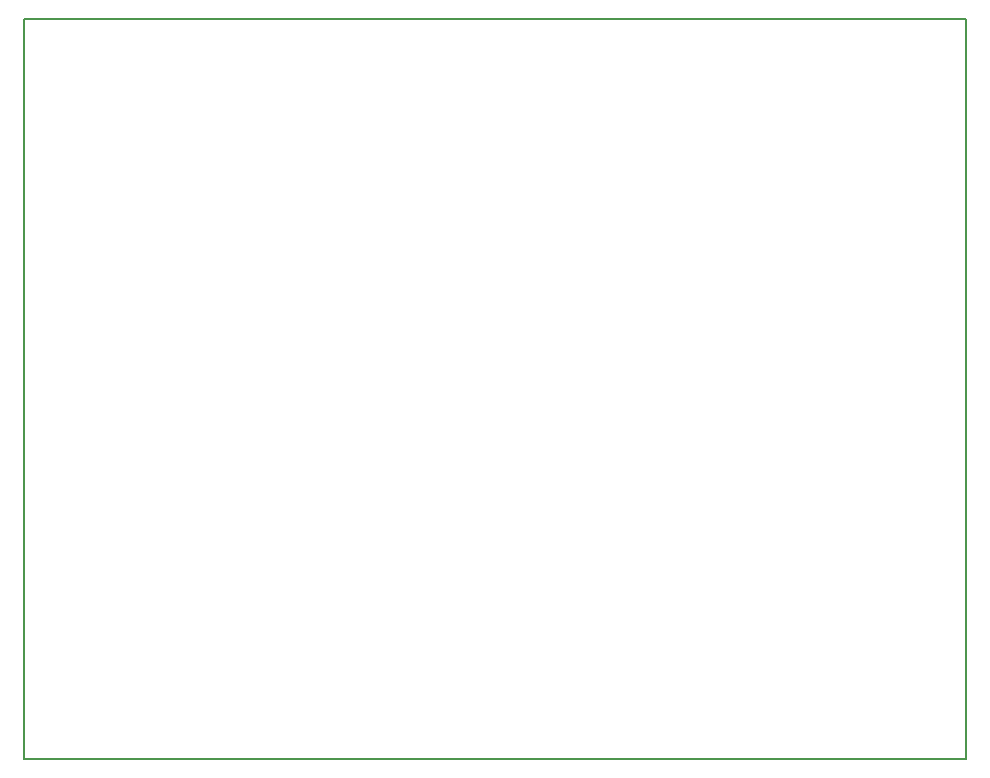
<source format=gbr>
G04 #@! TF.GenerationSoftware,KiCad,Pcbnew,no-vcs-found-c78a2ba~59~ubuntu16.10.1*
G04 #@! TF.CreationDate,2017-11-10T05:59:47+01:00*
G04 #@! TF.ProjectId,open_reflow,6F70656E5F7265666C6F772E6B696361,rev?*
G04 #@! TF.SameCoordinates,Original
G04 #@! TF.FileFunction,Profile,NP*
%FSLAX46Y46*%
G04 Gerber Fmt 4.6, Leading zero omitted, Abs format (unit mm)*
G04 Created by KiCad (PCBNEW no-vcs-found-c78a2ba~59~ubuntu16.10.1) date Fri Nov 10 05:59:47 2017*
%MOMM*%
%LPD*%
G01*
G04 APERTURE LIST*
%ADD10C,0.150000*%
G04 APERTURE END LIST*
D10*
X225933000Y-14986000D02*
X146240500Y-14986000D01*
X225933000Y-77597000D02*
X225933000Y-14986000D01*
X146240500Y-77597000D02*
X225933000Y-77597000D01*
X146240500Y-14986000D02*
X146240500Y-77597000D01*
M02*

</source>
